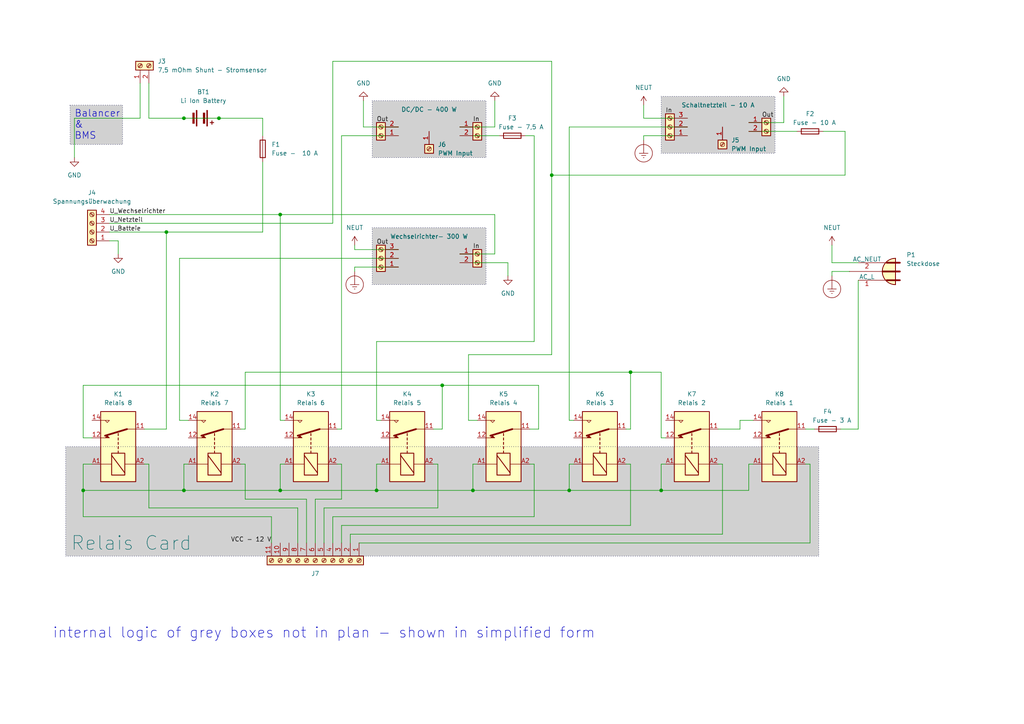
<source format=kicad_sch>
(kicad_sch (version 20230121) (generator eeschema)
  (paper "A4")
  (title_block (title "Batteriespeicher - Hardware Schaltplan") (date "2023-06-05") (rev "2") (company "TUM ENS - Paul Zech") (comment 1 "Shunt Sensor Version") (comment 2 "internal logic of grey boxes not in plan - shown in simplified form"))
  (lib_symbols
    (symbol "Connector:Conn_WallPlug_Earth" (pin_names (offset 0))
      (property "Reference" "P1" (at -6.35 -4.8133 0))
      (property "Value" "Steckdose" (at -6.35 -2.2733 0))
      (symbol "Conn_WallPlug_Earth_0_1"
        (arc (start -3.175 -3.81) (mid 0.6184 0) (end -3.175 3.81) (stroke (width 0.254)) (fill (type background)))
        (polyline (pts (xy -4.445 -2.54) (xy -0.635 -2.54)) (stroke (width 0.508)))
        (polyline (pts (xy -4.445 0) (xy 0.508 0)) (stroke (width 0.508)))
        (polyline (pts (xy -4.445 2.54) (xy -0.635 2.54)) (stroke (width 0.508)))
        (polyline (pts (xy -3.175 -3.81) (xy -3.175 3.81)) (stroke (width 0.254)))
        (polyline (pts (xy -0.635 -2.54) (xy 2.54 -2.54)))
        (polyline (pts (xy -0.635 2.54) (xy 2.54 2.54)))
        (polyline (pts (xy 10.16 0) (xy 10.16 0) (xy 2.54 0) (xy -4.445 0)))
      )
      (symbol "Conn_WallPlug_Earth_1_1"
        (pin power_out line (at 10.16 0 180) (length 0) (name "") (number ""))
        (pin power_out line (at 7.62 2.54 180) (length 5.08) (name "AC_L") (number "1"))
        (pin power_out line (at 7.62 -2.54 180) (length 5.08) (name "AC_NEUT") (number "2"))
      )
    )
    (symbol "Connector:Screw_Terminal_01x01" (pin_names (offset 1.016) hide)
      (property "Reference" "J" (at 0 2.54 0))
      (property "Value" "Screw_Terminal_01x01" (at 0 -2.54 0))
      (symbol "Screw_Terminal_01x01_1_1"
        (rectangle (start -1.27 1.27) (end 1.27 -1.27) (stroke (width 0.254)) (fill (type background)))
        (polyline (pts (xy -0.5334 0.3302) (xy 0.3302 -0.508)) (stroke (width 0.1524)))
        (polyline (pts (xy -0.3556 0.508) (xy 0.508 -0.3302)) (stroke (width 0.1524)))
        (circle (center 0 0) (radius 0.635) (stroke (width 0.1524)))
        (pin passive line (at -5.08 0 0) (length 3.81) (name "Pin_1") (number "1"))
      )
    )
    (symbol "Connector:Screw_Terminal_01x02" (pin_names (offset 1.016) hide)
      (property "Reference" "J" (at 0 2.54 0))
      (property "Value" "Screw_Terminal_01x02" (at 0 -5.08 0))
      (symbol "Screw_Terminal_01x02_1_1"
        (rectangle (start -1.27 1.27) (end 1.27 -3.81) (stroke (width 0.254)) (fill (type background)))
        (circle (center 0 -2.54) (radius 0.635) (stroke (width 0.1524)))
        (polyline (pts (xy -0.5334 -2.2098) (xy 0.3302 -3.048)) (stroke (width 0.1524)))
        (polyline (pts (xy -0.5334 0.3302) (xy 0.3302 -0.508)) (stroke (width 0.1524)))
        (polyline (pts (xy -0.3556 -2.032) (xy 0.508 -2.8702)) (stroke (width 0.1524)))
        (polyline (pts (xy -0.3556 0.508) (xy 0.508 -0.3302)) (stroke (width 0.1524)))
        (circle (center 0 0) (radius 0.635) (stroke (width 0.1524)))
        (pin passive line (at -5.08 0 0) (length 3.81) (name "Pin_1") (number "1"))
        (pin passive line (at -5.08 -2.54 0) (length 3.81) (name "Pin_2") (number "2"))
      )
    )
    (symbol "Connector:Screw_Terminal_01x03" (pin_names (offset 1.016) hide)
      (property "Reference" "J" (at 0 5.08 0))
      (property "Value" "Screw_Terminal_01x03" (at 0 -5.08 0))
      (symbol "Screw_Terminal_01x03_1_1"
        (rectangle (start -1.27 3.81) (end 1.27 -3.81) (stroke (width 0.254)) (fill (type background)))
        (circle (center 0 -2.54) (radius 0.635) (stroke (width 0.1524)))
        (polyline (pts (xy -0.5334 -2.2098) (xy 0.3302 -3.048)) (stroke (width 0.1524)))
        (polyline (pts (xy -0.5334 0.3302) (xy 0.3302 -0.508)) (stroke (width 0.1524)))
        (polyline (pts (xy -0.5334 2.8702) (xy 0.3302 2.032)) (stroke (width 0.1524)))
        (polyline (pts (xy -0.3556 -2.032) (xy 0.508 -2.8702)) (stroke (width 0.1524)))
        (polyline (pts (xy -0.3556 0.508) (xy 0.508 -0.3302)) (stroke (width 0.1524)))
        (polyline (pts (xy -0.3556 3.048) (xy 0.508 2.2098)) (stroke (width 0.1524)))
        (circle (center 0 0) (radius 0.635) (stroke (width 0.1524)))
        (circle (center 0 2.54) (radius 0.635) (stroke (width 0.1524)))
        (pin passive line (at -5.08 2.54 0) (length 3.81) (name "Pin_1") (number "1"))
        (pin passive line (at -5.08 0 0) (length 3.81) (name "Pin_2") (number "2"))
        (pin passive line (at -5.08 -2.54 0) (length 3.81) (name "Pin_3") (number "3"))
      )
    )
    (symbol "Connector:Screw_Terminal_01x04" (pin_names (offset 1.016) hide)
      (property "Reference" "J" (at 0 5.08 0))
      (property "Value" "Screw_Terminal_01x04" (at 0 -7.62 0))
      (symbol "Screw_Terminal_01x04_1_1"
        (rectangle (start -1.27 3.81) (end 1.27 -6.35) (stroke (width 0.254)) (fill (type background)))
        (circle (center 0 -5.08) (radius 0.635) (stroke (width 0.1524)))
        (circle (center 0 -2.54) (radius 0.635) (stroke (width 0.1524)))
        (polyline (pts (xy -0.5334 -4.7498) (xy 0.3302 -5.588)) (stroke (width 0.1524)))
        (polyline (pts (xy -0.5334 -2.2098) (xy 0.3302 -3.048)) (stroke (width 0.1524)))
        (polyline (pts (xy -0.5334 0.3302) (xy 0.3302 -0.508)) (stroke (width 0.1524)))
        (polyline (pts (xy -0.5334 2.8702) (xy 0.3302 2.032)) (stroke (width 0.1524)))
        (polyline (pts (xy -0.3556 -4.572) (xy 0.508 -5.4102)) (stroke (width 0.1524)))
        (polyline (pts (xy -0.3556 -2.032) (xy 0.508 -2.8702)) (stroke (width 0.1524)))
        (polyline (pts (xy -0.3556 0.508) (xy 0.508 -0.3302)) (stroke (width 0.1524)))
        (polyline (pts (xy -0.3556 3.048) (xy 0.508 2.2098)) (stroke (width 0.1524)))
        (circle (center 0 0) (radius 0.635) (stroke (width 0.1524)))
        (circle (center 0 2.54) (radius 0.635) (stroke (width 0.1524)))
        (pin passive line (at -5.08 2.54 0) (length 3.81) (name "Pin_1") (number "1"))
        (pin passive line (at -5.08 0 0) (length 3.81) (name "Pin_2") (number "2"))
        (pin passive line (at -5.08 -2.54 0) (length 3.81) (name "Pin_3") (number "3"))
        (pin passive line (at -5.08 -5.08 0) (length 3.81) (name "Pin_4") (number "4"))
      )
    )
    (symbol "Connector:Screw_Terminal_01x11" (pin_names (offset 1.016) hide)
      (property "Reference" "J" (at 0 15.24 0))
      (property "Value" "Screw_Terminal_01x11" (at 0 -15.24 0))
      (symbol "Screw_Terminal_01x11_1_1"
        (rectangle (start -1.27 13.97) (end 1.27 -13.97) (stroke (width 0.254)) (fill (type background)))
        (circle (center 0 -12.7) (radius 0.635) (stroke (width 0.1524)))
        (circle (center 0 -10.16) (radius 0.635) (stroke (width 0.1524)))
        (circle (center 0 -7.62) (radius 0.635) (stroke (width 0.1524)))
        (circle (center 0 -5.08) (radius 0.635) (stroke (width 0.1524)))
        (circle (center 0 -2.54) (radius 0.635) (stroke (width 0.1524)))
        (polyline (pts (xy -0.5334 -12.3698) (xy 0.3302 -13.208)) (stroke (width 0.1524)))
        (polyline (pts (xy -0.5334 -9.8298) (xy 0.3302 -10.668)) (stroke (width 0.1524)))
        (polyline (pts (xy -0.5334 -7.2898) (xy 0.3302 -8.128)) (stroke (width 0.1524)))
        (polyline (pts (xy -0.5334 -4.7498) (xy 0.3302 -5.588)) (stroke (width 0.1524)))
        (polyline (pts (xy -0.5334 -2.2098) (xy 0.3302 -3.048)) (stroke (width 0.1524)))
        (polyline (pts (xy -0.5334 0.3302) (xy 0.3302 -0.508)) (stroke (width 0.1524)))
        (polyline (pts (xy -0.5334 2.8702) (xy 0.3302 2.032)) (stroke (width 0.1524)))
        (polyline (pts (xy -0.5334 5.4102) (xy 0.3302 4.572)) (stroke (width 0.1524)))
        (polyline (pts (xy -0.5334 7.9502) (xy 0.3302 7.112)) (stroke (width 0.1524)))
        (polyline (pts (xy -0.5334 10.4902) (xy 0.3302 9.652)) (stroke (width 0.1524)))
        (polyline (pts (xy -0.5334 13.0302) (xy 0.3302 12.192)) (stroke (width 0.1524)))
        (polyline (pts (xy -0.3556 -12.192) (xy 0.508 -13.0302)) (stroke (width 0.1524)))
        (polyline (pts (xy -0.3556 -9.652) (xy 0.508 -10.4902)) (stroke (width 0.1524)))
        (polyline (pts (xy -0.3556 -7.112) (xy 0.508 -7.9502)) (stroke (width 0.1524)))
        (polyline (pts (xy -0.3556 -4.572) (xy 0.508 -5.4102)) (stroke (width 0.1524)))
        (polyline (pts (xy -0.3556 -2.032) (xy 0.508 -2.8702)) (stroke (width 0.1524)))
        (polyline (pts (xy -0.3556 0.508) (xy 0.508 -0.3302)) (stroke (width 0.1524)))
        (polyline (pts (xy -0.3556 3.048) (xy 0.508 2.2098)) (stroke (width 0.1524)))
        (polyline (pts (xy -0.3556 5.588) (xy 0.508 4.7498)) (stroke (width 0.1524)))
        (polyline (pts (xy -0.3556 8.128) (xy 0.508 7.2898)) (stroke (width 0.1524)))
        (polyline (pts (xy -0.3556 10.668) (xy 0.508 9.8298)) (stroke (width 0.1524)))
        (polyline (pts (xy -0.3556 13.208) (xy 0.508 12.3698)) (stroke (width 0.1524)))
        (circle (center 0 0) (radius 0.635) (stroke (width 0.1524)))
        (circle (center 0 2.54) (radius 0.635) (stroke (width 0.1524)))
        (circle (center 0 5.08) (radius 0.635) (stroke (width 0.1524)))
        (circle (center 0 7.62) (radius 0.635) (stroke (width 0.1524)))
        (circle (center 0 10.16) (radius 0.635) (stroke (width 0.1524)))
        (circle (center 0 12.7) (radius 0.635) (stroke (width 0.1524)))
        (pin passive line (at -5.08 12.7 0) (length 3.81) (name "Pin_1") (number "1"))
        (pin passive line (at -5.08 -10.16 0) (length 3.81) (name "Pin_10") (number "10"))
        (pin passive line (at -5.08 -12.7 0) (length 3.81) (name "Pin_11") (number "11"))
        (pin passive line (at -5.08 10.16 0) (length 3.81) (name "Pin_2") (number "2"))
        (pin passive line (at -5.08 7.62 0) (length 3.81) (name "Pin_3") (number "3"))
        (pin passive line (at -5.08 5.08 0) (length 3.81) (name "Pin_4") (number "4"))
        (pin passive line (at -5.08 2.54 0) (length 3.81) (name "Pin_5") (number "5"))
        (pin passive line (at -5.08 0 0) (length 3.81) (name "Pin_6") (number "6"))
        (pin passive line (at -5.08 -2.54 0) (length 3.81) (name "Pin_7") (number "7"))
        (pin passive line (at -5.08 -5.08 0) (length 3.81) (name "Pin_8") (number "8"))
        (pin passive line (at -5.08 -7.62 0) (length 3.81) (name "Pin_9") (number "9"))
      )
    )
    (symbol "Device:Battery" (pin_numbers hide) (pin_names (offset 0) hide)
      (property "Reference" "BT" (at 2.54 2.54 0))
      (property "Value" "Battery" (at 2.54 0 0))
      (symbol "Battery_0_1"
        (rectangle (start -2.286 -1.27) (end 2.286 -1.524) (fill (type outline)))
        (rectangle (start -2.286 1.778) (end 2.286 1.524) (fill (type outline)))
        (rectangle (start -1.524 -2.032) (end 1.524 -2.54) (fill (type outline)))
        (rectangle (start -1.524 1.016) (end 1.524 0.508) (fill (type outline)))
        (polyline (pts (xy 0 -1.016) (xy 0 -0.762)))
        (polyline (pts (xy 0 -0.508) (xy 0 -0.254)))
        (polyline (pts (xy 0 0) (xy 0 0.254)))
        (polyline (pts (xy 0 1.778) (xy 0 2.54)))
        (polyline (pts (xy 0.762 3.048) (xy 1.778 3.048)) (stroke (width 0.254)))
        (polyline (pts (xy 1.27 3.556) (xy 1.27 2.54)) (stroke (width 0.254)))
      )
      (symbol "Battery_1_1"
        (pin passive line (at 0 5.08 270) (length 2.54) (name "+") (number "1"))
        (pin passive line (at 0 -5.08 90) (length 2.54) (name "-") (number "2"))
      )
    )
    (symbol "Device:Fuse" (pin_numbers hide) (pin_names (offset 0))
      (property "Reference" "F" (at 2.032 0 90))
      (property "Value" "Fuse" (at -1.905 0 90))
      (symbol "Fuse_0_1"
        (rectangle (start -0.762 -2.54) (end 0.762 2.54) (stroke (width 0.254)))
        (polyline (pts (xy 0 2.54) (xy 0 -2.54)))
      )
      (symbol "Fuse_1_1"
        (pin passive line (at 0 3.81 270) (length 1.27) (name "~") (number "1"))
        (pin passive line (at 0 -3.81 90) (length 1.27) (name "~") (number "2"))
      )
    )
    (symbol "Relay:FINDER-40.41"
      (property "Reference" "K" (at 11.43 3.81 0))
      (property "Value" "FINDER-40.41" (at 11.43 1.27 0))
      (symbol "FINDER-40.41_0_0"
        (polyline (pts (xy 7.62 5.08) (xy 7.62 2.54) (xy 6.985 3.175) (xy 7.62 3.81)))
      )
      (symbol "FINDER-40.41_0_1"
        (rectangle (start -10.16 5.08) (end 10.16 -5.08) (stroke (width 0.254)) (fill (type background)))
        (rectangle (start -8.255 1.905) (end -1.905 -1.905) (stroke (width 0.254)))
        (polyline (pts (xy -7.62 -1.905) (xy -2.54 1.905)) (stroke (width 0.254)))
        (polyline (pts (xy -5.08 -5.08) (xy -5.08 -1.905)))
        (polyline (pts (xy -5.08 5.08) (xy -5.08 1.905)))
        (polyline (pts (xy -1.905 0) (xy -1.27 0)) (stroke (width 0.254)))
        (polyline (pts (xy -0.635 0) (xy 0 0)) (stroke (width 0.254)))
        (polyline (pts (xy 0.635 0) (xy 1.27 0)) (stroke (width 0.254)))
        (polyline (pts (xy 1.905 0) (xy 2.54 0)) (stroke (width 0.254)))
        (polyline (pts (xy 3.175 0) (xy 3.81 0)) (stroke (width 0.254)))
        (polyline (pts (xy 5.08 -2.54) (xy 3.175 3.81)) (stroke (width 0.508)))
        (polyline (pts (xy 5.08 -2.54) (xy 5.08 -5.08)))
        (polyline (pts (xy 2.54 5.08) (xy 2.54 2.54) (xy 3.175 3.175) (xy 2.54 3.81)) (fill (type outline)))
      )
      (symbol "FINDER-40.41_1_1"
        (pin passive line (at 5.08 -7.62 90) (length 2.54) (name "~") (number "11"))
        (pin passive line (at 2.54 7.62 270) (length 2.54) (name "~") (number "12"))
        (pin passive line (at 7.62 7.62 270) (length 2.54) (name "~") (number "14"))
        (pin passive line (at -5.08 7.62 270) (length 2.54) (name "~") (number "A1"))
        (pin passive line (at -5.08 -7.62 90) (length 2.54) (name "~") (number "A2"))
      )
    )
    (symbol "power:Earth_Protective" (power) (pin_names (offset 0))
      (symbol "Earth_Protective_0_1"
        (circle (center 0 -3.81) (radius 2.54))
        (polyline (pts (xy -0.635 -4.445) (xy 0.635 -4.445)))
        (polyline (pts (xy -0.127 -5.08) (xy 0.127 -5.08)))
        (polyline (pts (xy 0 -3.81) (xy 0 0)))
        (polyline (pts (xy 1.27 -3.81) (xy -1.27 -3.81)))
      )
      (symbol "Earth_Protective_1_1"
        (pin power_in line (at 0 0 270) (length 0) hide (name "Earth_Protective") (number "1"))
      )
    )
    (symbol "power:GND" (power) (pin_names (offset 0))
      (property "Value" "GND" (at 0 -3.81 0))
      (symbol "GND_0_1"
        (polyline (pts (xy 0 0) (xy 0 -1.27) (xy 1.27 -1.27) (xy 0 -2.54) (xy -1.27 -1.27) (xy 0 -1.27)))
      )
      (symbol "GND_1_1"
        (pin power_in line (at 0 0 270) (length 0) hide (name "GND") (number "1"))
      )
    )
    (symbol "power:NEUT" (power) (pin_names (offset 0))
      (property "Value" "NEUT" (at 0 3.81 0))
      (symbol "NEUT_0_1"
        (polyline (pts (xy -0.762 1.27) (xy 0 2.54)))
        (polyline (pts (xy 0 0) (xy 0 2.54)))
        (polyline (pts (xy 0 2.54) (xy 0.762 1.27)))
      )
      (symbol "NEUT_1_1"
        (pin power_in line (at 0 0 90) (length 0) hide (name "NEUT") (number "1"))
      )
    )
  )
  (junction (at 53.34 142.24))
  (junction (at 81.28 62.23))
  (junction (at 137.16 142.24))
  (junction (at 165.1 142.24))
  (junction (at 109.22 142.24))
  (junction (at 182.88 107.95))
  (junction (at 63.5 34.29))
  (junction (at 53.34 34.29))
  (junction (at 191.77 142.24))
  (junction (at 128.27 111.76))
  (junction (at 160.02 50.8))
  (junction (at 24.13 142.24))
  (junction (at 48.26 67.31))
  (junction (at 81.28 142.24))
  (wire (pts (xy 214.63 121.92) (xy 218.44 121.92)))
  (wire (pts (xy 135.89 121.92) (xy 138.43 121.92)))
  (wire (pts (xy 48.26 67.31) (xy 76.2 67.31)))
  (wire (pts (xy 76.2 39.37) (xy 76.2 34.29)))
  (wire (pts (xy 96.52 17.78) (xy 160.02 17.78)))
  (wire (pts (xy 147.32 76.2) (xy 147.32 80.01)))
  (wire (pts (xy 34.29 69.85) (xy 34.29 73.66)))
  (wire (pts (xy 241.3 76.2) (xy 241.3 71.12)))
  (wire (pts (xy 96.52 17.78) (xy 96.52 64.77)))
  (wire (pts (xy 31.75 67.31) (xy 48.26 67.31)))
  (wire (pts (xy 115.57 36.83) (xy 105.41 36.83)))
  (wire (pts (xy 234.95 157.48) (xy 234.95 134.62)))
  (wire (pts (xy 128.27 111.76) (xy 156.21 111.76)))
  (wire (pts (xy 81.28 62.23) (xy 81.28 121.92)))
  (wire (pts (xy 48.26 67.31) (xy 48.26 124.46)))
  (wire (pts (xy 182.88 134.62) (xy 181.61 134.62)))
  (wire (pts (xy 96.52 157.48) (xy 96.52 149.86)))
  (wire (pts (xy 99.06 144.78) (xy 99.06 134.62)))
  (wire (pts (xy 160.02 50.8) (xy 245.11 50.8)))
  (wire (pts (xy 81.28 121.92) (xy 82.55 121.92)))
  (wire (pts (xy 105.41 36.83) (xy 105.41 29.21)))
  (wire (pts (xy 127 134.62) (xy 125.73 134.62)))
  (wire (pts (xy 160.02 102.87) (xy 135.89 102.87)))
  (wire (pts (xy 156.21 124.46) (xy 153.67 124.46)))
  (wire (pts (xy 31.75 64.77) (xy 96.52 64.77)))
  (wire (pts (xy 241.3 78.74) (xy 246.38 78.74)))
  (wire (pts (xy 48.26 124.46) (xy 41.91 124.46)))
  (wire (pts (xy 143.51 73.66) (xy 133.35 73.66)))
  (wire (pts (xy 156.21 124.46) (xy 156.21 111.76)))
  (wire (pts (xy 128.27 124.46) (xy 125.73 124.46)))
  (wire (pts (xy 165.1 142.24) (xy 191.77 142.24)))
  (wire (pts (xy 165.1 36.83) (xy 199.39 36.83)))
  (wire (pts (xy 115.57 72.39) (xy 102.87 72.39)))
  (wire (pts (xy 248.92 124.46) (xy 243.84 124.46)))
  (wire (pts (xy 81.28 134.62) (xy 81.28 142.24)))
  (wire (pts (xy 182.88 152.4) (xy 182.88 134.62)))
  (wire (pts (xy 101.6 157.48) (xy 101.6 154.94)))
  (wire (pts (xy 99.06 157.48) (xy 99.06 152.4)))
  (wire (pts (xy 71.12 134.62) (xy 69.85 134.62)))
  (wire (pts (xy 233.68 124.46) (xy 236.22 124.46)))
  (wire (pts (xy 191.77 134.62) (xy 191.77 142.24)))
  (wire (pts (xy 53.34 142.24) (xy 81.28 142.24)))
  (wire (pts (xy 88.9 144.78) (xy 71.12 144.78)))
  (wire (pts (xy 76.2 46.99) (xy 76.2 67.31)))
  (wire (pts (xy 241.3 76.2) (xy 248.92 76.2)))
  (wire (pts (xy 93.98 157.48) (xy 93.98 147.32)))
  (wire (pts (xy 109.22 121.92) (xy 110.49 121.92)))
  (wire (pts (xy 227.33 35.56) (xy 227.33 27.94)))
  (wire (pts (xy 238.76 38.1) (xy 245.11 38.1)))
  (wire (pts (xy 182.88 124.46) (xy 181.61 124.46)))
  (wire (pts (xy 128.27 111.76) (xy 128.27 124.46)))
  (wire (pts (xy 208.28 124.46) (xy 214.63 124.46)))
  (wire (pts (xy 102.87 77.47) (xy 115.57 77.47)))
  (wire (pts (xy 99.06 134.62) (xy 97.79 134.62)))
  (wire (pts (xy 43.18 134.62) (xy 43.18 147.32)))
  (wire (pts (xy 88.9 157.48) (xy 88.9 144.78)))
  (wire (pts (xy 24.13 127) (xy 24.13 111.76)))
  (wire (pts (xy 186.69 40.64) (xy 186.69 39.37)))
  (wire (pts (xy 24.13 149.86) (xy 24.13 142.24)))
  (wire (pts (xy 234.95 134.62) (xy 233.68 134.62)))
  (wire (pts (xy 91.44 144.78) (xy 99.06 144.78)))
  (wire (pts (xy 102.87 77.47) (xy 102.87 78.74)))
  (wire (pts (xy 209.55 154.94) (xy 209.55 134.62)))
  (wire (pts (xy 96.52 149.86) (xy 154.94 149.86)))
  (wire (pts (xy 191.77 142.24) (xy 217.17 142.24)))
  (wire (pts (xy 165.1 134.62) (xy 165.1 142.24)))
  (wire (pts (xy 137.16 134.62) (xy 138.43 134.62)))
  (wire (pts (xy 109.22 134.62) (xy 110.49 134.62)))
  (wire (pts (xy 53.34 142.24) (xy 24.13 142.24)))
  (wire (pts (xy 71.12 124.46) (xy 69.85 124.46)))
  (wire (pts (xy 217.17 38.1) (xy 231.14 38.1)))
  (wire (pts (xy 193.04 127) (xy 191.77 127)))
  (wire (pts (xy 143.51 36.83) (xy 143.51 29.21)))
  (wire (pts (xy 86.36 147.32) (xy 43.18 147.32)))
  (wire (pts (xy 53.34 34.29) (xy 63.5 34.29)))
  (wire (pts (xy 99.06 152.4) (xy 182.88 152.4)))
  (wire (pts (xy 91.44 157.48) (xy 91.44 144.78)))
  (wire (pts (xy 133.35 76.2) (xy 147.32 76.2)))
  (wire (pts (xy 217.17 134.62) (xy 218.44 134.62)))
  (wire (pts (xy 217.17 35.56) (xy 227.33 35.56)))
  (wire (pts (xy 71.12 107.95) (xy 182.88 107.95)))
  (wire (pts (xy 40.64 24.13) (xy 40.64 34.29)))
  (wire (pts (xy 115.57 39.37) (xy 99.06 39.37)))
  (wire (pts (xy 24.13 134.62) (xy 26.67 134.62)))
  (wire (pts (xy 209.55 134.62) (xy 208.28 134.62)))
  (wire (pts (xy 81.28 62.23) (xy 143.51 62.23)))
  (wire (pts (xy 137.16 134.62) (xy 137.16 142.24)))
  (wire (pts (xy 133.35 36.83) (xy 143.51 36.83)))
  (wire (pts (xy 52.07 121.92) (xy 52.07 74.93)))
  (wire (pts (xy 160.02 50.8) (xy 160.02 102.87)))
  (wire (pts (xy 26.67 127) (xy 24.13 127)))
  (wire (pts (xy 76.2 34.29) (xy 63.5 34.29)))
  (wire (pts (xy 21.59 34.29) (xy 21.59 45.72)))
  (wire (pts (xy 53.34 134.62) (xy 53.34 142.24)))
  (wire (pts (xy 31.75 69.85) (xy 34.29 69.85)))
  (wire (pts (xy 101.6 154.94) (xy 209.55 154.94)))
  (wire (pts (xy 86.36 157.48) (xy 86.36 147.32)))
  (wire (pts (xy 248.92 81.28) (xy 248.92 124.46)))
  (wire (pts (xy 182.88 107.95) (xy 191.77 107.95)))
  (wire (pts (xy 154.94 39.37) (xy 154.94 99.06)))
  (wire (pts (xy 165.1 121.92) (xy 166.37 121.92)))
  (wire (pts (xy 24.13 111.76) (xy 128.27 111.76)))
  (wire (pts (xy 154.94 134.62) (xy 153.67 134.62)))
  (wire (pts (xy 43.18 24.13) (xy 43.18 34.29)))
  (wire (pts (xy 165.1 36.83) (xy 165.1 121.92)))
  (wire (pts (xy 217.17 134.62) (xy 217.17 142.24)))
  (wire (pts (xy 78.74 149.86) (xy 78.74 157.48)))
  (wire (pts (xy 186.69 39.37) (xy 199.39 39.37)))
  (wire (pts (xy 52.07 74.93) (xy 115.57 74.93)))
  (wire (pts (xy 182.88 107.95) (xy 182.88 124.46)))
  (wire (pts (xy 81.28 142.24) (xy 109.22 142.24)))
  (wire (pts (xy 214.63 124.46) (xy 214.63 121.92)))
  (wire (pts (xy 127 147.32) (xy 127 134.62)))
  (wire (pts (xy 135.89 102.87) (xy 135.89 121.92)))
  (wire (pts (xy 71.12 144.78) (xy 71.12 134.62)))
  (wire (pts (xy 71.12 124.46) (xy 71.12 107.95)))
  (wire (pts (xy 191.77 134.62) (xy 193.04 134.62)))
  (wire (pts (xy 52.07 121.92) (xy 54.61 121.92)))
  (wire (pts (xy 160.02 17.78) (xy 160.02 50.8)))
  (wire (pts (xy 186.69 34.29) (xy 186.69 30.48)))
  (wire (pts (xy 93.98 147.32) (xy 127 147.32)))
  (wire (pts (xy 53.34 134.62) (xy 54.61 134.62)))
  (wire (pts (xy 191.77 127) (xy 191.77 107.95)))
  (wire (pts (xy 109.22 99.06) (xy 109.22 121.92)))
  (wire (pts (xy 154.94 149.86) (xy 154.94 134.62)))
  (wire (pts (xy 137.16 142.24) (xy 165.1 142.24)))
  (wire (pts (xy 78.74 149.86) (xy 24.13 149.86)))
  (wire (pts (xy 245.11 50.8) (xy 245.11 38.1)))
  (wire (pts (xy 109.22 134.62) (xy 109.22 142.24)))
  (wire (pts (xy 24.13 142.24) (xy 24.13 134.62)))
  (wire (pts (xy 143.51 62.23) (xy 143.51 73.66)))
  (wire (pts (xy 154.94 99.06) (xy 109.22 99.06)))
  (wire (pts (xy 199.39 34.29) (xy 186.69 34.29)))
  (wire (pts (xy 43.18 134.62) (xy 41.91 134.62)))
  (wire (pts (xy 31.75 62.23) (xy 81.28 62.23)))
  (wire (pts (xy 81.28 134.62) (xy 82.55 134.62)))
  (wire (pts (xy 102.87 71.12) (xy 102.87 72.39)))
  (wire (pts (xy 43.18 34.29) (xy 53.34 34.29)))
  (wire (pts (xy 99.06 39.37) (xy 99.06 124.46)))
  (wire (pts (xy 109.22 142.24) (xy 137.16 142.24)))
  (wire (pts (xy 104.14 157.48) (xy 234.95 157.48)))
  (wire (pts (xy 97.79 124.46) (xy 99.06 124.46)))
  (wire (pts (xy 133.35 39.37) (xy 144.78 39.37)))
  (wire (pts (xy 154.94 39.37) (xy 152.4 39.37)))
  (wire (pts (xy 241.3 78.74) (xy 241.3 80.01)))
  (wire (pts (xy 40.64 34.29) (xy 21.59 34.29)))
  (wire (pts (xy 165.1 134.62) (xy 166.37 134.62)))
  (rectangle (start 107.95 29.21) (end 140.97 45.72) (stroke (width 0) (type dot) (color 0 0 72 1)) (fill (type color) (color 194 194 194 0.75)))
  (rectangle (start 20.32 30.48) (end 35.56 41.91) (stroke (width 0) (type dot) (color 0 0 72 1)) (fill (type color) (color 194 194 194 0.75)))
  (rectangle (start 19.05 129.54) (end 237.49 161.29) (stroke (width 0) (type dot) (color 0 0 72 1)) (fill (type color) (color 194 194 194 0.75)))
  (rectangle (start 191.77 27.94) (end 224.79 44.45) (stroke (width 0) (type dot) (color 0 0 72 1)) (fill (type color) (color 194 194 194 0.75)))
  (rectangle (start 107.95 66.04) (end 140.97 82.55) (stroke (width 0) (type dot) (color 0 0 72 1)) (fill (type color) (color 194 194 194 0.75)))
  (text "internal logic of grey boxes not in plan - shown in simplified form" (at 15.24 185.42 0) (effects (font (size 3 3)) (justify left bottom)))
  (text "Balancer\n&\nBMS" (at 21.59 40.64 0) (effects (font (size 2 2)) (justify left bottom)))
  (label "U_Wechselrichter" (at 31.75 62.23 0))
  (label "VCC - 12 V" (at 78.74 157.48 180))
  (label "In" (at 137.16 72.39 0))
  (label "Out" (at 109.22 71.12 0))
  (label "In" (at 193.04 33.02 0))
  (label "Out" (at 109.22 35.56 0))
  (label "U_Netzteil" (at 31.75 64.77 0))
  (label "In" (at 137.16 35.56 0))
  (label "U_Batteie" (at 31.75 67.31 0))
  (label "Out" (at 220.98 34.29 0))
  (symbol (lib_id "Connector:Screw_Terminal_01x04") (at 26.67 67.31 180) (unit 1)
    (property "Reference" "J4" (at 26.67 55.88 0))
    (property "Value" "Spannungsüberwachung" (at 26.67 58.42 0))
  )
  (symbol (lib_id "Connector:Screw_Terminal_01x03") (at 194.31 36.83 180) (unit 1)
    (property "Reference" "J1" (effects hide))
    (property "Value" "Schaltnetzteil - 10 A" (at 208.28 30.48 0))
  )
  (symbol (lib_id "power:GND") (at 105.41 29.21 180) (unit 1)
    (property "Reference" "#PWR05" (effects hide))
    (property "Value" "GND" (at 105.41 24.13 0))
  )
  (symbol (lib_id "Relay:FINDER-40.41") (at 173.99 129.54 90) (unit 1)
    (property "Reference" "K6" (at 173.99 114.3 90))
    (property "Value" "Relais 3" (at 173.99 116.84 90))
    (property "Footprint" "Relay_THT:Relay_SPDT_Finder_40.41" (effects hide))
    (property "Datasheet" "https://www.finder-relais.net/de/finder-relais-serie-40.pdf" (effects hide))
  )
  (symbol (lib_id "power:NEUT") (at 186.69 30.48 0) (unit 1)
    (property "Reference" "#PWR08" (effects hide))
    (property "Value" "NEUT" (at 186.69 25.4 0))
  )
  (symbol (lib_id "power:NEUT") (at 241.3 71.12 0) (unit 1)
    (property "Reference" "#PWR07" (effects hide))
    (property "Value" "NEUT" (at 241.3 66.04 0))
  )
  (symbol (lib_id "Relay:FINDER-40.41") (at 118.11 129.54 90) (unit 1)
    (property "Reference" "K4" (at 118.11 114.3 90))
    (property "Value" "Relais 5" (at 118.11 116.84 90))
    (property "Footprint" "Relay_THT:Relay_SPDT_Finder_40.41" (effects hide))
    (property "Datasheet" "https://www.finder-relais.net/de/finder-relais-serie-40.pdf" (effects hide))
  )
  (symbol (lib_id "power:Earth_Protective") (at 102.87 78.74 0) (unit 1)
    (property "Reference" "#PWR010" (effects hide))
    (property "Value" "Earth_Protective" (effects hide))
  )
  (symbol (lib_id "Relay:FINDER-40.41") (at 226.06 129.54 90) (unit 1)
    (property "Reference" "K8" (at 226.06 114.3 90))
    (property "Value" "Relais 1" (at 226.06 116.84 90))
    (property "Footprint" "Relay_THT:Relay_SPDT_Finder_40.41" (effects hide))
    (property "Datasheet" "https://www.finder-relais.net/de/finder-relais-serie-40.pdf" (effects hide))
  )
  (symbol (lib_id "Connector:Screw_Terminal_01x01") (at 209.55 41.91 270) (unit 1)
    (property "Reference" "J5" (at 212.09 40.64 90) (effects (justify left)))
    (property "Value" "PWM Input" (at 212.09 43.18 90) (effects (justify left)))
  )
  (symbol (lib_id "Connector:Screw_Terminal_01x02") (at 40.64 19.05 90) (unit 1)
    (property "Reference" "J3" (at 45.72 17.78 90) (effects (justify right)))
    (property "Value" "7,5 mOhm Shunt - Stromsensor" (at 45.72 20.32 90) (effects (justify right)))
  )
  (symbol (lib_id "power:GND") (at 34.29 73.66 0) (unit 1)
    (property "Reference" "#PWR02" (effects hide))
    (property "Value" "GND" (at 34.29 78.74 0))
  )
  (symbol (lib_id "Relay:FINDER-40.41") (at 62.23 129.54 90) (unit 1)
    (property "Reference" "K2" (at 62.23 114.3 90))
    (property "Value" "Relais 7" (at 62.23 116.84 90))
    (property "Footprint" "Relay_THT:Relay_SPDT_Finder_40.41" (effects hide))
    (property "Datasheet" "https://www.finder-relais.net/de/finder-relais-serie-40.pdf" (effects hide))
  )
  (symbol (lib_id "Connector:Screw_Terminal_01x03") (at 110.49 74.93 180) (unit 1)
    (property "Reference" "J7" (effects hide))
    (property "Value" "Wechselrichter- 300 W" (at 124.46 68.58 0))
  )
  (symbol (lib_id "Connector:Screw_Terminal_01x01") (at 124.46 43.18 270) (unit 1)
    (property "Reference" "J6" (at 127 41.91 90) (effects (justify left)))
    (property "Value" "PWM Input" (at 127 44.45 90) (effects (justify left)))
  )
  (symbol (lib_id "Connector:Screw_Terminal_01x02") (at 138.43 73.66 0) (unit 1)
    (property "Reference" "J9" (effects hide))
    (property "Value" "Screw_Terminal_01x02" (effects hide))
  )
  (symbol (lib_id "Relay:FINDER-40.41") (at 146.05 129.54 90) (unit 1)
    (property "Reference" "K5" (at 146.05 114.3 90))
    (property "Value" "Relais 4" (at 146.05 116.84 90))
    (property "Footprint" "Relay_THT:Relay_SPDT_Finder_40.41" (effects hide))
    (property "Datasheet" "https://www.finder-relais.net/de/finder-relais-serie-40.pdf" (effects hide))
  )
  (symbol (lib_id "Connector:Screw_Terminal_01x11") (at 91.44 162.56 270) (unit 1)
    (property "Reference" "J7" (at 91.44 166.37 90))
    (property "Value" "Relais Card" (at 38.1 157.48 90) (effects (font (size 4 4))))
  )
  (symbol (lib_id "Device:Fuse") (at 240.03 124.46 90) (unit 1)
    (property "Reference" "F4" (at 240.03 119.38 90))
    (property "Value" "Fuse - 3 A" (at 241.3 121.92 90))
  )
  (symbol (lib_id "Connector:Screw_Terminal_01x02") (at 222.25 35.56 0) (unit 1)
    (property "Reference" "J2" (effects hide))
    (property "Value" "Screw_Terminal_01x02" (effects hide))
  )
  (symbol (lib_id "Relay:FINDER-40.41") (at 34.29 129.54 90) (unit 1)
    (property "Reference" "K1" (at 34.29 114.3 90))
    (property "Value" "Relais 8" (at 34.29 116.84 90))
    (property "Footprint" "Relay_THT:Relay_SPDT_Finder_40.41" (effects hide))
    (property "Datasheet" "https://www.finder-relais.net/de/finder-relais-serie-40.pdf" (effects hide))
  )
  (symbol (lib_id "power:Earth_Protective") (at 186.69 40.64 0) (unit 1)
    (property "Reference" "#PWR06" (effects hide))
    (property "Value" "Earth_Protective" (effects hide))
  )
  (symbol (lib_id "Connector:Screw_Terminal_01x02") (at 138.43 36.83 0) (unit 1)
    (property "Reference" "J6" (effects hide))
    (property "Value" "Screw_Terminal_01x02" (effects hide))
  )
  (symbol (lib_id "power:GND") (at 147.32 80.01 0) (unit 1)
    (property "Reference" "#PWR09" (effects hide))
    (property "Value" "GND" (at 147.32 85.09 0))
  )
  (symbol (lib_id "Connector:Conn_WallPlug_Earth") (at 256.54 78.74 180) (unit 1)
    (property "Reference" "P1" (at 262.89 73.9267 0) (effects (justify right)))
    (property "Value" "Steckdose" (at 262.89 76.4667 0) (effects (justify right)))
  )
  (symbol (lib_id "power:GND") (at 143.51 29.21 180) (unit 1)
    (property "Reference" "#PWR04" (effects hide))
    (property "Value" "GND" (at 143.51 24.13 0))
  )
  (symbol (lib_id "Device:Fuse") (at 148.59 39.37 90) (unit 1)
    (property "Reference" "F3" (at 148.59 34.29 90))
    (property "Value" "Fuse - 7,5 A" (at 151.13 36.83 90))
  )
  (symbol (lib_id "power:NEUT") (at 102.87 71.12 0) (unit 1)
    (property "Reference" "#PWR011" (effects hide))
    (property "Value" "NEUT" (at 102.87 66.04 0))
  )
  (symbol (lib_id "power:GND") (at 227.33 27.94 180) (unit 1)
    (property "Reference" "#PWR03" (effects hide))
    (property "Value" "GND" (at 227.33 22.86 0))
  )
  (symbol (lib_id "Relay:FINDER-40.41") (at 200.66 129.54 90) (unit 1)
    (property "Reference" "K7" (at 200.66 114.3 90))
    (property "Value" "Relais 2" (at 200.66 116.84 90))
    (property "Footprint" "Relay_THT:Relay_SPDT_Finder_40.41" (effects hide))
    (property "Datasheet" "https://www.finder-relais.net/de/finder-relais-serie-40.pdf" (effects hide))
  )
  (symbol (lib_id "Device:Fuse") (at 234.95 38.1 90) (unit 1)
    (property "Reference" "F2" (at 234.95 33.02 90))
    (property "Value" "Fuse - 10 A" (at 236.22 35.56 90))
  )
  (symbol (lib_id "Connector:Screw_Terminal_01x02") (at 110.49 39.37 180) (unit 1)
    (property "Reference" "J8" (effects hide))
    (property "Value" "DC/DC - 400 W" (at 124.46 31.75 0))
  )
  (symbol (lib_id "Device:Battery") (at 58.42 34.29 270) (unit 1)
    (property "Reference" "BT1" (at 58.9915 26.67 90))
    (property "Value" "Li Ion Battery" (at 58.9915 29.21 90))
  )
  (symbol (lib_id "Device:Fuse") (at 76.2 43.18 180) (unit 1)
    (property "Reference" "F1" (at 78.74 41.91 0) (effects (justify right)))
    (property "Value" "Fuse -  10 A" (at 78.74 44.45 0) (effects (justify right)))
  )
  (symbol (lib_id "power:Earth_Protective") (at 241.3 80.01 0) (unit 1)
    (property "Reference" "#PWR012" (effects hide))
    (property "Value" "Earth_Protective" (effects hide))
  )
  (symbol (lib_id "power:GND") (at 21.59 45.72 0) (unit 1)
    (property "Reference" "#PWR01" (effects hide))
    (property "Value" "GND" (at 21.59 50.8 0))
  )
  (symbol (lib_id "Relay:FINDER-40.41") (at 90.17 129.54 90) (unit 1)
    (property "Reference" "K3" (at 90.17 114.3 90))
    (property "Value" "Relais 6" (at 90.17 116.84 90))
    (property "Footprint" "Relay_THT:Relay_SPDT_Finder_40.41" (effects hide))
    (property "Datasheet" "https://www.finder-relais.net/de/finder-relais-serie-40.pdf" (effects hide))
  )
)
</source>
